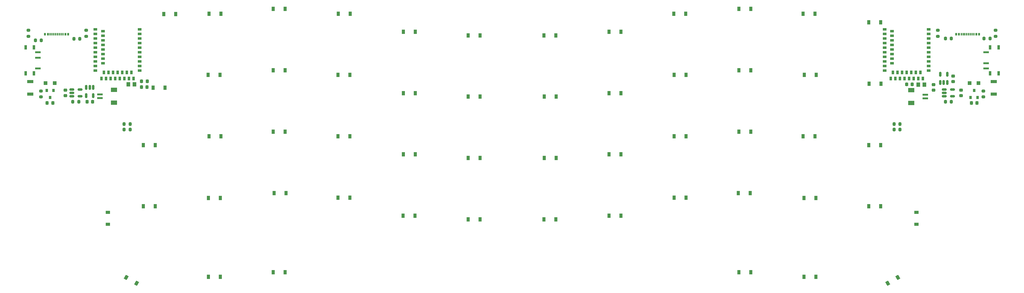
<source format=gbr>
%TF.GenerationSoftware,KiCad,Pcbnew,(5.99.0-8557-g8988e46ab1)*%
%TF.CreationDate,2021-02-24T09:02:56-07:00*%
%TF.ProjectId,SP56,53503536-2e6b-4696-9361-645f70636258,rev?*%
%TF.SameCoordinates,Original*%
%TF.FileFunction,Paste,Bot*%
%TF.FilePolarity,Positive*%
%FSLAX46Y46*%
G04 Gerber Fmt 4.6, Leading zero omitted, Abs format (unit mm)*
G04 Created by KiCad (PCBNEW (5.99.0-8557-g8988e46ab1)) date 2021-02-24 09:02:56*
%MOMM*%
%LPD*%
G01*
G04 APERTURE LIST*
G04 Aperture macros list*
%AMRoundRect*
0 Rectangle with rounded corners*
0 $1 Rounding radius*
0 $2 $3 $4 $5 $6 $7 $8 $9 X,Y pos of 4 corners*
0 Add a 4 corners polygon primitive as box body*
4,1,4,$2,$3,$4,$5,$6,$7,$8,$9,$2,$3,0*
0 Add four circle primitives for the rounded corners*
1,1,$1+$1,$2,$3*
1,1,$1+$1,$4,$5*
1,1,$1+$1,$6,$7*
1,1,$1+$1,$8,$9*
0 Add four rect primitives between the rounded corners*
20,1,$1+$1,$2,$3,$4,$5,0*
20,1,$1+$1,$4,$5,$6,$7,0*
20,1,$1+$1,$6,$7,$8,$9,0*
20,1,$1+$1,$8,$9,$2,$3,0*%
%AMRotRect*
0 Rectangle, with rotation*
0 The origin of the aperture is its center*
0 $1 length*
0 $2 width*
0 $3 Rotation angle, in degrees counterclockwise*
0 Add horizontal line*
21,1,$1,$2,0,0,$3*%
G04 Aperture macros list end*
%ADD10R,0.900000X1.200000*%
%ADD11R,1.200000X0.900000*%
%ADD12R,0.800000X0.900000*%
%ADD13RoundRect,0.200000X0.200000X0.275000X-0.200000X0.275000X-0.200000X-0.275000X0.200000X-0.275000X0*%
%ADD14RoundRect,0.150000X-0.512500X-0.150000X0.512500X-0.150000X0.512500X0.150000X-0.512500X0.150000X0*%
%ADD15R,1.000000X1.000000*%
%ADD16RoundRect,0.200000X-0.275000X0.200000X-0.275000X-0.200000X0.275000X-0.200000X0.275000X0.200000X0*%
%ADD17RoundRect,0.225000X-0.250000X0.225000X-0.250000X-0.225000X0.250000X-0.225000X0.250000X0.225000X0*%
%ADD18RotRect,0.900000X1.200000X30.000000*%
%ADD19RoundRect,0.200000X0.275000X-0.200000X0.275000X0.200000X-0.275000X0.200000X-0.275000X-0.200000X0*%
%ADD20RoundRect,0.225000X0.250000X-0.225000X0.250000X0.225000X-0.250000X0.225000X-0.250000X-0.225000X0*%
%ADD21RoundRect,0.225000X-0.225000X-0.250000X0.225000X-0.250000X0.225000X0.250000X-0.225000X0.250000X0*%
%ADD22R,1.050000X1.200000*%
%ADD23R,1.550000X0.600000*%
%ADD24R,1.800000X1.200000*%
%ADD25RoundRect,0.200000X-0.200000X-0.275000X0.200000X-0.275000X0.200000X0.275000X-0.200000X0.275000X0*%
%ADD26RoundRect,0.225000X0.225000X0.250000X-0.225000X0.250000X-0.225000X-0.250000X0.225000X-0.250000X0*%
%ADD27R,1.524000X0.600000*%
%ADD28R,0.700000X1.200000*%
%ADD29R,1.000000X0.650000*%
%ADD30R,0.650000X1.000000*%
%ADD31RoundRect,0.150000X0.150000X-0.512500X0.150000X0.512500X-0.150000X0.512500X-0.150000X-0.512500X0*%
%ADD32R,1.700000X0.900000*%
%ADD33RoundRect,0.150000X-0.150000X0.512500X-0.150000X-0.512500X0.150000X-0.512500X0.150000X0.512500X0*%
%ADD34RotRect,0.900000X1.200000X330.000000*%
%ADD35R,0.540000X0.800000*%
%ADD36R,0.300000X0.800000*%
G04 APERTURE END LIST*
D10*
%TO.C,D103*%
X158025000Y-4950000D03*
X161325000Y-4950000D03*
%TD*%
D11*
%TO.C,D125*%
X112175000Y-64649999D03*
X112175000Y-61349999D03*
%TD*%
D12*
%TO.C,Q1*%
X353125000Y-29500000D03*
X351225000Y-29500000D03*
X352175000Y-27500000D03*
%TD*%
D13*
%TO.C,R105*%
X118325000Y-38400000D03*
X116675000Y-38400000D03*
%TD*%
D14*
%TO.C,U101*%
X102162500Y-29150000D03*
X102162500Y-28200000D03*
X102162500Y-27250000D03*
X104437500Y-27250000D03*
X104437500Y-29150000D03*
%TD*%
D15*
%TO.C,D33*%
X350900000Y-25500000D03*
X353400000Y-25500000D03*
%TD*%
D16*
%TO.C,R101*%
X90175000Y-10875000D03*
X90175000Y-12525000D03*
%TD*%
D10*
%TO.C,D101*%
X127635955Y-6362500D03*
X130935955Y-6362500D03*
%TD*%
%TO.C,D120*%
X140025000Y-57300000D03*
X143325000Y-57300000D03*
%TD*%
%TO.C,D109*%
X158025000Y-21950000D03*
X161325000Y-21950000D03*
%TD*%
D17*
%TO.C,C101*%
X100400000Y-27425000D03*
X100400000Y-28975000D03*
%TD*%
D18*
%TO.C,D26*%
X328218301Y-80975000D03*
X331076185Y-79325000D03*
%TD*%
D10*
%TO.C,D112*%
X211975000Y-29250000D03*
X215275000Y-29250000D03*
%TD*%
%TO.C,D127*%
X140025000Y-79200000D03*
X143325000Y-79200000D03*
%TD*%
D16*
%TO.C,R103*%
X93600000Y-27675000D03*
X93600000Y-29325000D03*
%TD*%
D10*
%TO.C,D116*%
X175975000Y-40250000D03*
X179275000Y-40250000D03*
%TD*%
%TO.C,D118*%
X211975000Y-46250000D03*
X215275000Y-46250000D03*
%TD*%
D19*
%TO.C,R9*%
X354750000Y-29325000D03*
X354750000Y-27675000D03*
%TD*%
D10*
%TO.C,D14*%
X304825000Y-40200000D03*
X308125000Y-40200000D03*
%TD*%
%TO.C,D111*%
X194025000Y-28250000D03*
X197325000Y-28250000D03*
%TD*%
%TO.C,D105*%
X194025000Y-11250000D03*
X197325000Y-11250000D03*
%TD*%
%TO.C,D110*%
X175975000Y-23250000D03*
X179275000Y-23250000D03*
%TD*%
%TO.C,D117*%
X194025000Y-45250000D03*
X197325000Y-45250000D03*
%TD*%
D20*
%TO.C,C3*%
X348575000Y-28975000D03*
X348575000Y-27425000D03*
%TD*%
D10*
%TO.C,D121*%
X158225000Y-56000000D03*
X161525000Y-56000000D03*
%TD*%
%TO.C,D11*%
X251025000Y-28250000D03*
X254325000Y-28250000D03*
%TD*%
D21*
%TO.C,C4*%
X351437500Y-31000000D03*
X352987500Y-31000000D03*
%TD*%
D13*
%TO.C,R2*%
X345875000Y-30700000D03*
X344225000Y-30700000D03*
%TD*%
D10*
%TO.C,D19*%
X323025000Y-59650000D03*
X326325000Y-59650000D03*
%TD*%
D22*
%TO.C,Y101*%
X117860955Y-25862500D03*
X119510955Y-25862500D03*
%TD*%
D10*
%TO.C,D27*%
X305025000Y-79200000D03*
X308325000Y-79200000D03*
%TD*%
D13*
%TO.C,R102*%
X104125000Y-30700000D03*
X102475000Y-30700000D03*
%TD*%
D16*
%TO.C,R6*%
X358175000Y-10875000D03*
X358175000Y-12525000D03*
%TD*%
D10*
%TO.C,D16*%
X269075000Y-40250000D03*
X272375000Y-40250000D03*
%TD*%
%TO.C,D6*%
X233025000Y-12250000D03*
X236325000Y-12250000D03*
%TD*%
D22*
%TO.C,Y1*%
X336750000Y-25900000D03*
X338400000Y-25900000D03*
%TD*%
D10*
%TO.C,D122*%
X175975000Y-57250000D03*
X179275000Y-57250000D03*
%TD*%
%TO.C,D21*%
X286825000Y-56000000D03*
X290125000Y-56000000D03*
%TD*%
%TO.C,D22*%
X269075000Y-57250000D03*
X272375000Y-57250000D03*
%TD*%
D21*
%TO.C,C105*%
X106425000Y-30700000D03*
X107975000Y-30700000D03*
%TD*%
D10*
%TO.C,D17*%
X251025000Y-45250000D03*
X254325000Y-45250000D03*
%TD*%
D20*
%TO.C,C2*%
X340950000Y-27437500D03*
X340950000Y-25887500D03*
%TD*%
D23*
%TO.C,J106*%
X110000000Y-28650000D03*
X110000000Y-29650000D03*
D24*
X113875000Y-27350000D03*
X113875000Y-30950000D03*
%TD*%
D10*
%TO.C,D2*%
X304825000Y-6300000D03*
X308125000Y-6300000D03*
%TD*%
%TO.C,D7*%
X323075000Y-25650000D03*
X326375000Y-25650000D03*
%TD*%
D25*
%TO.C,R108*%
X102775000Y-13250000D03*
X104425000Y-13250000D03*
%TD*%
D10*
%TO.C,D113*%
X122025000Y-42650000D03*
X125325000Y-42650000D03*
%TD*%
D26*
%TO.C,C103*%
X123035955Y-26562500D03*
X121485955Y-26562500D03*
%TD*%
D16*
%TO.C,R106*%
X106200000Y-10875000D03*
X106200000Y-12525000D03*
%TD*%
D25*
%TO.C,R4*%
X330025000Y-36800000D03*
X331675000Y-36800000D03*
%TD*%
D10*
%TO.C,D10*%
X269075000Y-23250000D03*
X272375000Y-23250000D03*
%TD*%
%TO.C,D123*%
X193975000Y-62250000D03*
X197275000Y-62250000D03*
%TD*%
%TO.C,D12*%
X233075000Y-29250000D03*
X236375000Y-29250000D03*
%TD*%
D23*
%TO.C,J9*%
X338625000Y-29700000D03*
X338625000Y-28700000D03*
D24*
X334750000Y-31000000D03*
X334750000Y-27400000D03*
%TD*%
D27*
%TO.C,BATT101*%
X92800000Y-21450000D03*
X92800000Y-18450000D03*
X92800000Y-16950000D03*
D28*
X89400000Y-22800000D03*
X89400000Y-15600000D03*
X91700000Y-15600000D03*
X91700000Y-22800000D03*
%TD*%
D29*
%TO.C,U102*%
X120954955Y-10570000D03*
X120954955Y-11840000D03*
X120954955Y-13110000D03*
X120954955Y-14380000D03*
X120954955Y-15650000D03*
X120954955Y-16920000D03*
X120954955Y-18190000D03*
X120954955Y-19460000D03*
X120954955Y-20730000D03*
X120954955Y-22000000D03*
D30*
X119305955Y-24219000D03*
X118668955Y-22508000D03*
X118035955Y-24219000D03*
X117398955Y-22508000D03*
X116765955Y-24219000D03*
X116128955Y-22508000D03*
X115495955Y-24219000D03*
X114858955Y-22508000D03*
X114225955Y-24219000D03*
X113588955Y-22508000D03*
X112955955Y-24219000D03*
X112318955Y-22508000D03*
X111685955Y-24219000D03*
X111048955Y-22508000D03*
X110415955Y-24219000D03*
D29*
X108716955Y-22000000D03*
X108716955Y-20730000D03*
X110794955Y-19968000D03*
X108716955Y-19460000D03*
X110794955Y-18698000D03*
X108716955Y-18190000D03*
X110794955Y-17428000D03*
X108716955Y-16920000D03*
X110794955Y-16158000D03*
X108716955Y-15650000D03*
X110794955Y-14888000D03*
X108716955Y-14380000D03*
X110794955Y-13618000D03*
X108716955Y-13110000D03*
X110794955Y-12348000D03*
X108716955Y-11840000D03*
X110794955Y-11078000D03*
X108716955Y-10570000D03*
%TD*%
D10*
%TO.C,D114*%
X140225000Y-40200000D03*
X143525000Y-40200000D03*
%TD*%
%TO.C,D28*%
X287025000Y-77900000D03*
X290325000Y-77900000D03*
%TD*%
%TO.C,D20*%
X305025000Y-57300000D03*
X308325000Y-57300000D03*
%TD*%
D31*
%TO.C,U3*%
X344725000Y-25300000D03*
X343775000Y-25300000D03*
X342825000Y-25300000D03*
X342825000Y-23025000D03*
X344725000Y-23025000D03*
%TD*%
D25*
%TO.C,R8*%
X354950000Y-13100000D03*
X356600000Y-13100000D03*
%TD*%
D10*
%TO.C,D4*%
X269025000Y-6250000D03*
X272325000Y-6250000D03*
%TD*%
D13*
%TO.C,R107*%
X93762500Y-13600000D03*
X92112500Y-13600000D03*
%TD*%
D10*
%TO.C,D115*%
X158025000Y-38950000D03*
X161325000Y-38950000D03*
%TD*%
D17*
%TO.C,C5*%
X346375000Y-23525000D03*
X346375000Y-25075000D03*
%TD*%
D32*
%TO.C,RESET101*%
X90700000Y-28500000D03*
X90700000Y-25100000D03*
%TD*%
D10*
%TO.C,D18*%
X233075000Y-46250000D03*
X236375000Y-46250000D03*
%TD*%
%TO.C,D124*%
X212025000Y-63250000D03*
X215325000Y-63250000D03*
%TD*%
%TO.C,D1*%
X323025000Y-8650000D03*
X326325000Y-8650000D03*
%TD*%
%TO.C,D128*%
X158025000Y-77900000D03*
X161325000Y-77900000D03*
%TD*%
D15*
%TO.C,D133*%
X97450000Y-25500000D03*
X94950000Y-25500000D03*
%TD*%
D16*
%TO.C,R1*%
X342150000Y-10875000D03*
X342150000Y-12525000D03*
%TD*%
D10*
%TO.C,D9*%
X287025000Y-21950000D03*
X290325000Y-21950000D03*
%TD*%
D33*
%TO.C,U103*%
X106200000Y-26662500D03*
X107150000Y-26662500D03*
X108100000Y-26662500D03*
X108100000Y-28937500D03*
X106200000Y-28937500D03*
%TD*%
D25*
%TO.C,R104*%
X116675000Y-36800000D03*
X118325000Y-36800000D03*
%TD*%
D13*
%TO.C,R7*%
X345887500Y-13100000D03*
X344237500Y-13100000D03*
%TD*%
D10*
%TO.C,D8*%
X305125000Y-23200000D03*
X308425000Y-23200000D03*
%TD*%
D11*
%TO.C,D25*%
X336175000Y-64649999D03*
X336175000Y-61349999D03*
%TD*%
D10*
%TO.C,D108*%
X139925000Y-23200000D03*
X143225000Y-23200000D03*
%TD*%
%TO.C,D106*%
X212025000Y-12250000D03*
X215325000Y-12250000D03*
%TD*%
D32*
%TO.C,RESET1*%
X357650000Y-25100000D03*
X357650000Y-28500000D03*
%TD*%
D26*
%TO.C,C102*%
X96912500Y-31000000D03*
X95362500Y-31000000D03*
%TD*%
D10*
%TO.C,D15*%
X287025000Y-38950000D03*
X290325000Y-38950000D03*
%TD*%
%TO.C,D3*%
X287025000Y-4950000D03*
X290325000Y-4950000D03*
%TD*%
%TO.C,D5*%
X251025000Y-11250000D03*
X254325000Y-11250000D03*
%TD*%
%TO.C,D23*%
X251075000Y-62250000D03*
X254375000Y-62250000D03*
%TD*%
D34*
%TO.C,D126*%
X117273815Y-79325000D03*
X120131699Y-80975000D03*
%TD*%
D14*
%TO.C,U1*%
X343912500Y-29150000D03*
X343912500Y-28200000D03*
X343912500Y-27250000D03*
X346187500Y-27250000D03*
X346187500Y-29150000D03*
%TD*%
D10*
%TO.C,D102*%
X140225000Y-6300000D03*
X143525000Y-6300000D03*
%TD*%
D26*
%TO.C,C104*%
X123060955Y-25000000D03*
X121510955Y-25000000D03*
%TD*%
D35*
%TO.C,J101*%
X101175000Y-11975000D03*
X94775000Y-11975000D03*
X95575000Y-11975000D03*
X100375000Y-11975000D03*
D36*
X96725000Y-11975000D03*
X97725000Y-11975000D03*
X98225000Y-11975000D03*
X99225000Y-11975000D03*
X99725000Y-11975000D03*
X98725000Y-11975000D03*
X97225000Y-11975000D03*
X96217000Y-11975000D03*
%TD*%
D12*
%TO.C,Q102*%
X95225000Y-27500000D03*
X97125000Y-27500000D03*
X96175000Y-29500000D03*
%TD*%
D29*
%TO.C,U2*%
X339633045Y-10570000D03*
X339633045Y-11840000D03*
X339633045Y-13110000D03*
X339633045Y-14380000D03*
X339633045Y-15650000D03*
X339633045Y-16920000D03*
X339633045Y-18190000D03*
X339633045Y-19460000D03*
X339633045Y-20730000D03*
X339633045Y-22000000D03*
D30*
X337984045Y-24219000D03*
X337347045Y-22508000D03*
X336714045Y-24219000D03*
X336077045Y-22508000D03*
X335444045Y-24219000D03*
X334807045Y-22508000D03*
X334174045Y-24219000D03*
X333537045Y-22508000D03*
X332904045Y-24219000D03*
X332267045Y-22508000D03*
X331634045Y-24219000D03*
X330997045Y-22508000D03*
X330364045Y-24219000D03*
X329727045Y-22508000D03*
X329094045Y-24219000D03*
D29*
X327395045Y-22000000D03*
X327395045Y-20730000D03*
X329473045Y-19968000D03*
X327395045Y-19460000D03*
X329473045Y-18698000D03*
X327395045Y-18190000D03*
X329473045Y-17428000D03*
X327395045Y-16920000D03*
X329473045Y-16158000D03*
X327395045Y-15650000D03*
X329473045Y-14888000D03*
X327395045Y-14380000D03*
X329473045Y-13618000D03*
X327395045Y-13110000D03*
X329473045Y-12348000D03*
X327395045Y-11840000D03*
X329473045Y-11078000D03*
X327395045Y-10570000D03*
%TD*%
D10*
%TO.C,D119*%
X122025000Y-59650000D03*
X125325000Y-59650000D03*
%TD*%
D27*
%TO.C,BATT1*%
X355550000Y-16950000D03*
X355550000Y-19950000D03*
X355550000Y-21450000D03*
D28*
X358950000Y-15600000D03*
X358950000Y-22800000D03*
X356650000Y-22800000D03*
X356650000Y-15600000D03*
%TD*%
D10*
%TO.C,D107*%
X124750000Y-26800000D03*
X128050000Y-26800000D03*
%TD*%
D13*
%TO.C,R5*%
X331675000Y-38400000D03*
X330025000Y-38400000D03*
%TD*%
D21*
%TO.C,C1*%
X333500000Y-25800000D03*
X335050000Y-25800000D03*
%TD*%
D35*
%TO.C,J1*%
X353575000Y-11975000D03*
X347175000Y-11975000D03*
X347975000Y-11975000D03*
X352775000Y-11975000D03*
D36*
X349125000Y-11975000D03*
X350125000Y-11975000D03*
X350625000Y-11975000D03*
X351625000Y-11975000D03*
X352125000Y-11975000D03*
X351125000Y-11975000D03*
X349625000Y-11975000D03*
X348617000Y-11975000D03*
%TD*%
D10*
%TO.C,D13*%
X323025000Y-42650000D03*
X326325000Y-42650000D03*
%TD*%
%TO.C,D24*%
X233025000Y-63250000D03*
X236325000Y-63250000D03*
%TD*%
%TO.C,D104*%
X176025000Y-6250000D03*
X179325000Y-6250000D03*
%TD*%
M02*

</source>
